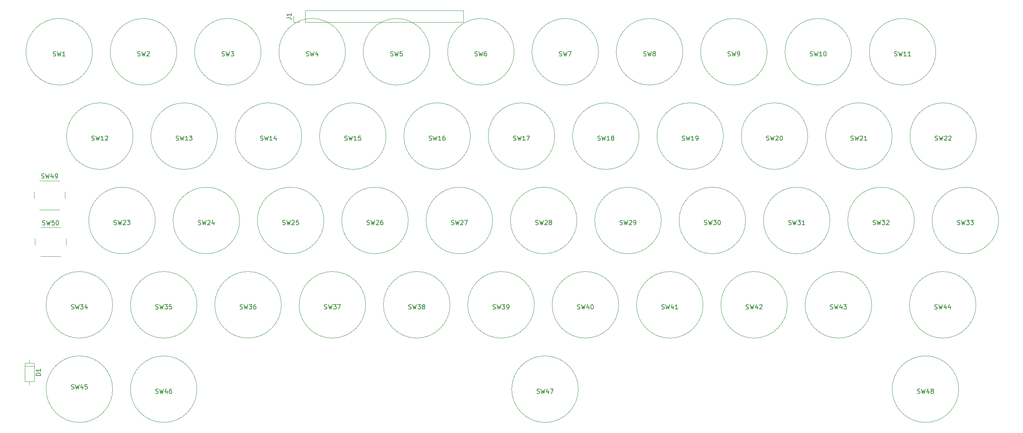
<source format=gbr>
G04 #@! TF.GenerationSoftware,KiCad,Pcbnew,(5.1.5)-2*
G04 #@! TF.CreationDate,2020-04-02T11:08:13+02:00*
G04 #@! TF.ProjectId,TI-99_kbd,54492d39-395f-46b6-9264-2e6b69636164,rev?*
G04 #@! TF.SameCoordinates,Original*
G04 #@! TF.FileFunction,Legend,Top*
G04 #@! TF.FilePolarity,Positive*
%FSLAX46Y46*%
G04 Gerber Fmt 4.6, Leading zero omitted, Abs format (unit mm)*
G04 Created by KiCad (PCBNEW (5.1.5)-2) date 2020-04-02 11:08:13*
%MOMM*%
%LPD*%
G04 APERTURE LIST*
%ADD10C,0.100000*%
%ADD11C,0.120000*%
%ADD12C,0.150000*%
G04 APERTURE END LIST*
D10*
X80760000Y-129180000D02*
G75*
G03X80760000Y-129180000I-7500000J0D01*
G01*
X90360000Y-110180000D02*
G75*
G03X90360000Y-110180000I-7500000J0D01*
G01*
D11*
X44050000Y-142980000D02*
X41930000Y-142980000D01*
X42990000Y-147210000D02*
X42990000Y-146440000D01*
X42990000Y-141550000D02*
X42990000Y-142320000D01*
X44050000Y-146440000D02*
X44050000Y-142320000D01*
X41930000Y-146440000D02*
X44050000Y-146440000D01*
X41930000Y-142320000D02*
X41930000Y-146440000D01*
X44050000Y-142320000D02*
X41930000Y-142320000D01*
X102530000Y-65510000D02*
X102530000Y-64180000D01*
X103860000Y-65510000D02*
X102530000Y-65510000D01*
X105130000Y-65510000D02*
X105130000Y-62850000D01*
X105130000Y-62850000D02*
X140750000Y-62850000D01*
X105130000Y-65510000D02*
X140750000Y-65510000D01*
X140750000Y-65510000D02*
X140750000Y-62850000D01*
D10*
X57210000Y-72180000D02*
G75*
G03X57210000Y-72180000I-7500000J0D01*
G01*
X76210000Y-72180000D02*
G75*
G03X76210000Y-72180000I-7500000J0D01*
G01*
X95210000Y-72180000D02*
G75*
G03X95210000Y-72180000I-7500000J0D01*
G01*
X114210000Y-72180000D02*
G75*
G03X114210000Y-72180000I-7500000J0D01*
G01*
X133210000Y-72180000D02*
G75*
G03X133210000Y-72180000I-7500000J0D01*
G01*
X152210000Y-72180000D02*
G75*
G03X152210000Y-72180000I-7500000J0D01*
G01*
X171210000Y-72180000D02*
G75*
G03X171210000Y-72180000I-7500000J0D01*
G01*
X190210000Y-72180000D02*
G75*
G03X190210000Y-72180000I-7500000J0D01*
G01*
X209210000Y-72180000D02*
G75*
G03X209210000Y-72180000I-7500000J0D01*
G01*
X228210000Y-72180000D02*
G75*
G03X228210000Y-72180000I-7500000J0D01*
G01*
X247210000Y-72180000D02*
G75*
G03X247210000Y-72180000I-7500000J0D01*
G01*
X66360000Y-91180000D02*
G75*
G03X66360000Y-91180000I-7500000J0D01*
G01*
X85360000Y-91180000D02*
G75*
G03X85360000Y-91180000I-7500000J0D01*
G01*
X104360000Y-91180000D02*
G75*
G03X104360000Y-91180000I-7500000J0D01*
G01*
X123360000Y-91180000D02*
G75*
G03X123360000Y-91180000I-7500000J0D01*
G01*
X142360000Y-91180000D02*
G75*
G03X142360000Y-91180000I-7500000J0D01*
G01*
X161360000Y-91180000D02*
G75*
G03X161360000Y-91180000I-7500000J0D01*
G01*
X180360000Y-91180000D02*
G75*
G03X180360000Y-91180000I-7500000J0D01*
G01*
X199360000Y-91180000D02*
G75*
G03X199360000Y-91180000I-7500000J0D01*
G01*
X218360000Y-91180000D02*
G75*
G03X218360000Y-91180000I-7500000J0D01*
G01*
X237360000Y-91180000D02*
G75*
G03X237360000Y-91180000I-7500000J0D01*
G01*
X256360000Y-91180000D02*
G75*
G03X256360000Y-91180000I-7500000J0D01*
G01*
X71360000Y-110180000D02*
G75*
G03X71360000Y-110180000I-7500000J0D01*
G01*
X109360000Y-110180000D02*
G75*
G03X109360000Y-110180000I-7500000J0D01*
G01*
X128360000Y-110180000D02*
G75*
G03X128360000Y-110180000I-7500000J0D01*
G01*
X147360000Y-110180000D02*
G75*
G03X147360000Y-110180000I-7500000J0D01*
G01*
X166360000Y-110180000D02*
G75*
G03X166360000Y-110180000I-7500000J0D01*
G01*
X185360000Y-110180000D02*
G75*
G03X185360000Y-110180000I-7500000J0D01*
G01*
X204360000Y-110180000D02*
G75*
G03X204360000Y-110180000I-7500000J0D01*
G01*
X223360000Y-110180000D02*
G75*
G03X223360000Y-110180000I-7500000J0D01*
G01*
X242360000Y-110180000D02*
G75*
G03X242360000Y-110180000I-7500000J0D01*
G01*
X261360000Y-110180000D02*
G75*
G03X261360000Y-110180000I-7500000J0D01*
G01*
X61760000Y-129180000D02*
G75*
G03X61760000Y-129180000I-7500000J0D01*
G01*
X99760000Y-129180000D02*
G75*
G03X99760000Y-129180000I-7500000J0D01*
G01*
X118760000Y-129180000D02*
G75*
G03X118760000Y-129180000I-7500000J0D01*
G01*
X137760000Y-129180000D02*
G75*
G03X137760000Y-129180000I-7500000J0D01*
G01*
X156760000Y-129180000D02*
G75*
G03X156760000Y-129180000I-7500000J0D01*
G01*
X175760000Y-129180000D02*
G75*
G03X175760000Y-129180000I-7500000J0D01*
G01*
X194770000Y-129180000D02*
G75*
G03X194770000Y-129180000I-7500000J0D01*
G01*
X213760000Y-129180000D02*
G75*
G03X213760000Y-129180000I-7500000J0D01*
G01*
X232760000Y-129180000D02*
G75*
G03X232760000Y-129180000I-7500000J0D01*
G01*
X256260000Y-129180000D02*
G75*
G03X256260000Y-129180000I-7500000J0D01*
G01*
X61760000Y-148180000D02*
G75*
G03X61760000Y-148180000I-7500000J0D01*
G01*
X80760000Y-148180000D02*
G75*
G03X80760000Y-148180000I-7500000J0D01*
G01*
X166660000Y-148180000D02*
G75*
G03X166660000Y-148180000I-7500000J0D01*
G01*
X252360000Y-148180000D02*
G75*
G03X252360000Y-148180000I-7500000J0D01*
G01*
D11*
X45310000Y-107720000D02*
X49810000Y-107720000D01*
X44060000Y-103720000D02*
X44060000Y-105220000D01*
X49810000Y-101220000D02*
X45310000Y-101220000D01*
X51060000Y-105220000D02*
X51060000Y-103720000D01*
X51280000Y-115750000D02*
X51280000Y-114250000D01*
X50030000Y-111750000D02*
X45530000Y-111750000D01*
X44280000Y-114250000D02*
X44280000Y-115750000D01*
X45530000Y-118250000D02*
X50030000Y-118250000D01*
D12*
X71450476Y-130084761D02*
X71593333Y-130132380D01*
X71831428Y-130132380D01*
X71926666Y-130084761D01*
X71974285Y-130037142D01*
X72021904Y-129941904D01*
X72021904Y-129846666D01*
X71974285Y-129751428D01*
X71926666Y-129703809D01*
X71831428Y-129656190D01*
X71640952Y-129608571D01*
X71545714Y-129560952D01*
X71498095Y-129513333D01*
X71450476Y-129418095D01*
X71450476Y-129322857D01*
X71498095Y-129227619D01*
X71545714Y-129180000D01*
X71640952Y-129132380D01*
X71879047Y-129132380D01*
X72021904Y-129180000D01*
X72355238Y-129132380D02*
X72593333Y-130132380D01*
X72783809Y-129418095D01*
X72974285Y-130132380D01*
X73212380Y-129132380D01*
X73498095Y-129132380D02*
X74117142Y-129132380D01*
X73783809Y-129513333D01*
X73926666Y-129513333D01*
X74021904Y-129560952D01*
X74069523Y-129608571D01*
X74117142Y-129703809D01*
X74117142Y-129941904D01*
X74069523Y-130037142D01*
X74021904Y-130084761D01*
X73926666Y-130132380D01*
X73640952Y-130132380D01*
X73545714Y-130084761D01*
X73498095Y-130037142D01*
X75021904Y-129132380D02*
X74545714Y-129132380D01*
X74498095Y-129608571D01*
X74545714Y-129560952D01*
X74640952Y-129513333D01*
X74879047Y-129513333D01*
X74974285Y-129560952D01*
X75021904Y-129608571D01*
X75069523Y-129703809D01*
X75069523Y-129941904D01*
X75021904Y-130037142D01*
X74974285Y-130084761D01*
X74879047Y-130132380D01*
X74640952Y-130132380D01*
X74545714Y-130084761D01*
X74498095Y-130037142D01*
X81050476Y-111084761D02*
X81193333Y-111132380D01*
X81431428Y-111132380D01*
X81526666Y-111084761D01*
X81574285Y-111037142D01*
X81621904Y-110941904D01*
X81621904Y-110846666D01*
X81574285Y-110751428D01*
X81526666Y-110703809D01*
X81431428Y-110656190D01*
X81240952Y-110608571D01*
X81145714Y-110560952D01*
X81098095Y-110513333D01*
X81050476Y-110418095D01*
X81050476Y-110322857D01*
X81098095Y-110227619D01*
X81145714Y-110180000D01*
X81240952Y-110132380D01*
X81479047Y-110132380D01*
X81621904Y-110180000D01*
X81955238Y-110132380D02*
X82193333Y-111132380D01*
X82383809Y-110418095D01*
X82574285Y-111132380D01*
X82812380Y-110132380D01*
X83145714Y-110227619D02*
X83193333Y-110180000D01*
X83288571Y-110132380D01*
X83526666Y-110132380D01*
X83621904Y-110180000D01*
X83669523Y-110227619D01*
X83717142Y-110322857D01*
X83717142Y-110418095D01*
X83669523Y-110560952D01*
X83098095Y-111132380D01*
X83717142Y-111132380D01*
X84574285Y-110465714D02*
X84574285Y-111132380D01*
X84336190Y-110084761D02*
X84098095Y-110799047D01*
X84717142Y-110799047D01*
X45502380Y-145118095D02*
X44502380Y-145118095D01*
X44502380Y-144880000D01*
X44550000Y-144737142D01*
X44645238Y-144641904D01*
X44740476Y-144594285D01*
X44930952Y-144546666D01*
X45073809Y-144546666D01*
X45264285Y-144594285D01*
X45359523Y-144641904D01*
X45454761Y-144737142D01*
X45502380Y-144880000D01*
X45502380Y-145118095D01*
X45502380Y-143594285D02*
X45502380Y-144165714D01*
X45502380Y-143880000D02*
X44502380Y-143880000D01*
X44645238Y-143975238D01*
X44740476Y-144070476D01*
X44788095Y-144165714D01*
X100982380Y-64513333D02*
X101696666Y-64513333D01*
X101839523Y-64560952D01*
X101934761Y-64656190D01*
X101982380Y-64799047D01*
X101982380Y-64894285D01*
X101982380Y-63513333D02*
X101982380Y-64084761D01*
X101982380Y-63799047D02*
X100982380Y-63799047D01*
X101125238Y-63894285D01*
X101220476Y-63989523D01*
X101268095Y-64084761D01*
X48376666Y-73084761D02*
X48519523Y-73132380D01*
X48757619Y-73132380D01*
X48852857Y-73084761D01*
X48900476Y-73037142D01*
X48948095Y-72941904D01*
X48948095Y-72846666D01*
X48900476Y-72751428D01*
X48852857Y-72703809D01*
X48757619Y-72656190D01*
X48567142Y-72608571D01*
X48471904Y-72560952D01*
X48424285Y-72513333D01*
X48376666Y-72418095D01*
X48376666Y-72322857D01*
X48424285Y-72227619D01*
X48471904Y-72180000D01*
X48567142Y-72132380D01*
X48805238Y-72132380D01*
X48948095Y-72180000D01*
X49281428Y-72132380D02*
X49519523Y-73132380D01*
X49710000Y-72418095D01*
X49900476Y-73132380D01*
X50138571Y-72132380D01*
X51043333Y-73132380D02*
X50471904Y-73132380D01*
X50757619Y-73132380D02*
X50757619Y-72132380D01*
X50662380Y-72275238D01*
X50567142Y-72370476D01*
X50471904Y-72418095D01*
X67376666Y-73084761D02*
X67519523Y-73132380D01*
X67757619Y-73132380D01*
X67852857Y-73084761D01*
X67900476Y-73037142D01*
X67948095Y-72941904D01*
X67948095Y-72846666D01*
X67900476Y-72751428D01*
X67852857Y-72703809D01*
X67757619Y-72656190D01*
X67567142Y-72608571D01*
X67471904Y-72560952D01*
X67424285Y-72513333D01*
X67376666Y-72418095D01*
X67376666Y-72322857D01*
X67424285Y-72227619D01*
X67471904Y-72180000D01*
X67567142Y-72132380D01*
X67805238Y-72132380D01*
X67948095Y-72180000D01*
X68281428Y-72132380D02*
X68519523Y-73132380D01*
X68710000Y-72418095D01*
X68900476Y-73132380D01*
X69138571Y-72132380D01*
X69471904Y-72227619D02*
X69519523Y-72180000D01*
X69614761Y-72132380D01*
X69852857Y-72132380D01*
X69948095Y-72180000D01*
X69995714Y-72227619D01*
X70043333Y-72322857D01*
X70043333Y-72418095D01*
X69995714Y-72560952D01*
X69424285Y-73132380D01*
X70043333Y-73132380D01*
X86376666Y-73084761D02*
X86519523Y-73132380D01*
X86757619Y-73132380D01*
X86852857Y-73084761D01*
X86900476Y-73037142D01*
X86948095Y-72941904D01*
X86948095Y-72846666D01*
X86900476Y-72751428D01*
X86852857Y-72703809D01*
X86757619Y-72656190D01*
X86567142Y-72608571D01*
X86471904Y-72560952D01*
X86424285Y-72513333D01*
X86376666Y-72418095D01*
X86376666Y-72322857D01*
X86424285Y-72227619D01*
X86471904Y-72180000D01*
X86567142Y-72132380D01*
X86805238Y-72132380D01*
X86948095Y-72180000D01*
X87281428Y-72132380D02*
X87519523Y-73132380D01*
X87710000Y-72418095D01*
X87900476Y-73132380D01*
X88138571Y-72132380D01*
X88424285Y-72132380D02*
X89043333Y-72132380D01*
X88710000Y-72513333D01*
X88852857Y-72513333D01*
X88948095Y-72560952D01*
X88995714Y-72608571D01*
X89043333Y-72703809D01*
X89043333Y-72941904D01*
X88995714Y-73037142D01*
X88948095Y-73084761D01*
X88852857Y-73132380D01*
X88567142Y-73132380D01*
X88471904Y-73084761D01*
X88424285Y-73037142D01*
X105376666Y-73084761D02*
X105519523Y-73132380D01*
X105757619Y-73132380D01*
X105852857Y-73084761D01*
X105900476Y-73037142D01*
X105948095Y-72941904D01*
X105948095Y-72846666D01*
X105900476Y-72751428D01*
X105852857Y-72703809D01*
X105757619Y-72656190D01*
X105567142Y-72608571D01*
X105471904Y-72560952D01*
X105424285Y-72513333D01*
X105376666Y-72418095D01*
X105376666Y-72322857D01*
X105424285Y-72227619D01*
X105471904Y-72180000D01*
X105567142Y-72132380D01*
X105805238Y-72132380D01*
X105948095Y-72180000D01*
X106281428Y-72132380D02*
X106519523Y-73132380D01*
X106710000Y-72418095D01*
X106900476Y-73132380D01*
X107138571Y-72132380D01*
X107948095Y-72465714D02*
X107948095Y-73132380D01*
X107710000Y-72084761D02*
X107471904Y-72799047D01*
X108090952Y-72799047D01*
X124376666Y-73084761D02*
X124519523Y-73132380D01*
X124757619Y-73132380D01*
X124852857Y-73084761D01*
X124900476Y-73037142D01*
X124948095Y-72941904D01*
X124948095Y-72846666D01*
X124900476Y-72751428D01*
X124852857Y-72703809D01*
X124757619Y-72656190D01*
X124567142Y-72608571D01*
X124471904Y-72560952D01*
X124424285Y-72513333D01*
X124376666Y-72418095D01*
X124376666Y-72322857D01*
X124424285Y-72227619D01*
X124471904Y-72180000D01*
X124567142Y-72132380D01*
X124805238Y-72132380D01*
X124948095Y-72180000D01*
X125281428Y-72132380D02*
X125519523Y-73132380D01*
X125710000Y-72418095D01*
X125900476Y-73132380D01*
X126138571Y-72132380D01*
X126995714Y-72132380D02*
X126519523Y-72132380D01*
X126471904Y-72608571D01*
X126519523Y-72560952D01*
X126614761Y-72513333D01*
X126852857Y-72513333D01*
X126948095Y-72560952D01*
X126995714Y-72608571D01*
X127043333Y-72703809D01*
X127043333Y-72941904D01*
X126995714Y-73037142D01*
X126948095Y-73084761D01*
X126852857Y-73132380D01*
X126614761Y-73132380D01*
X126519523Y-73084761D01*
X126471904Y-73037142D01*
X143376666Y-73084761D02*
X143519523Y-73132380D01*
X143757619Y-73132380D01*
X143852857Y-73084761D01*
X143900476Y-73037142D01*
X143948095Y-72941904D01*
X143948095Y-72846666D01*
X143900476Y-72751428D01*
X143852857Y-72703809D01*
X143757619Y-72656190D01*
X143567142Y-72608571D01*
X143471904Y-72560952D01*
X143424285Y-72513333D01*
X143376666Y-72418095D01*
X143376666Y-72322857D01*
X143424285Y-72227619D01*
X143471904Y-72180000D01*
X143567142Y-72132380D01*
X143805238Y-72132380D01*
X143948095Y-72180000D01*
X144281428Y-72132380D02*
X144519523Y-73132380D01*
X144710000Y-72418095D01*
X144900476Y-73132380D01*
X145138571Y-72132380D01*
X145948095Y-72132380D02*
X145757619Y-72132380D01*
X145662380Y-72180000D01*
X145614761Y-72227619D01*
X145519523Y-72370476D01*
X145471904Y-72560952D01*
X145471904Y-72941904D01*
X145519523Y-73037142D01*
X145567142Y-73084761D01*
X145662380Y-73132380D01*
X145852857Y-73132380D01*
X145948095Y-73084761D01*
X145995714Y-73037142D01*
X146043333Y-72941904D01*
X146043333Y-72703809D01*
X145995714Y-72608571D01*
X145948095Y-72560952D01*
X145852857Y-72513333D01*
X145662380Y-72513333D01*
X145567142Y-72560952D01*
X145519523Y-72608571D01*
X145471904Y-72703809D01*
X162376666Y-73084761D02*
X162519523Y-73132380D01*
X162757619Y-73132380D01*
X162852857Y-73084761D01*
X162900476Y-73037142D01*
X162948095Y-72941904D01*
X162948095Y-72846666D01*
X162900476Y-72751428D01*
X162852857Y-72703809D01*
X162757619Y-72656190D01*
X162567142Y-72608571D01*
X162471904Y-72560952D01*
X162424285Y-72513333D01*
X162376666Y-72418095D01*
X162376666Y-72322857D01*
X162424285Y-72227619D01*
X162471904Y-72180000D01*
X162567142Y-72132380D01*
X162805238Y-72132380D01*
X162948095Y-72180000D01*
X163281428Y-72132380D02*
X163519523Y-73132380D01*
X163710000Y-72418095D01*
X163900476Y-73132380D01*
X164138571Y-72132380D01*
X164424285Y-72132380D02*
X165090952Y-72132380D01*
X164662380Y-73132380D01*
X181376666Y-73084761D02*
X181519523Y-73132380D01*
X181757619Y-73132380D01*
X181852857Y-73084761D01*
X181900476Y-73037142D01*
X181948095Y-72941904D01*
X181948095Y-72846666D01*
X181900476Y-72751428D01*
X181852857Y-72703809D01*
X181757619Y-72656190D01*
X181567142Y-72608571D01*
X181471904Y-72560952D01*
X181424285Y-72513333D01*
X181376666Y-72418095D01*
X181376666Y-72322857D01*
X181424285Y-72227619D01*
X181471904Y-72180000D01*
X181567142Y-72132380D01*
X181805238Y-72132380D01*
X181948095Y-72180000D01*
X182281428Y-72132380D02*
X182519523Y-73132380D01*
X182710000Y-72418095D01*
X182900476Y-73132380D01*
X183138571Y-72132380D01*
X183662380Y-72560952D02*
X183567142Y-72513333D01*
X183519523Y-72465714D01*
X183471904Y-72370476D01*
X183471904Y-72322857D01*
X183519523Y-72227619D01*
X183567142Y-72180000D01*
X183662380Y-72132380D01*
X183852857Y-72132380D01*
X183948095Y-72180000D01*
X183995714Y-72227619D01*
X184043333Y-72322857D01*
X184043333Y-72370476D01*
X183995714Y-72465714D01*
X183948095Y-72513333D01*
X183852857Y-72560952D01*
X183662380Y-72560952D01*
X183567142Y-72608571D01*
X183519523Y-72656190D01*
X183471904Y-72751428D01*
X183471904Y-72941904D01*
X183519523Y-73037142D01*
X183567142Y-73084761D01*
X183662380Y-73132380D01*
X183852857Y-73132380D01*
X183948095Y-73084761D01*
X183995714Y-73037142D01*
X184043333Y-72941904D01*
X184043333Y-72751428D01*
X183995714Y-72656190D01*
X183948095Y-72608571D01*
X183852857Y-72560952D01*
X200376666Y-73084761D02*
X200519523Y-73132380D01*
X200757619Y-73132380D01*
X200852857Y-73084761D01*
X200900476Y-73037142D01*
X200948095Y-72941904D01*
X200948095Y-72846666D01*
X200900476Y-72751428D01*
X200852857Y-72703809D01*
X200757619Y-72656190D01*
X200567142Y-72608571D01*
X200471904Y-72560952D01*
X200424285Y-72513333D01*
X200376666Y-72418095D01*
X200376666Y-72322857D01*
X200424285Y-72227619D01*
X200471904Y-72180000D01*
X200567142Y-72132380D01*
X200805238Y-72132380D01*
X200948095Y-72180000D01*
X201281428Y-72132380D02*
X201519523Y-73132380D01*
X201710000Y-72418095D01*
X201900476Y-73132380D01*
X202138571Y-72132380D01*
X202567142Y-73132380D02*
X202757619Y-73132380D01*
X202852857Y-73084761D01*
X202900476Y-73037142D01*
X202995714Y-72894285D01*
X203043333Y-72703809D01*
X203043333Y-72322857D01*
X202995714Y-72227619D01*
X202948095Y-72180000D01*
X202852857Y-72132380D01*
X202662380Y-72132380D01*
X202567142Y-72180000D01*
X202519523Y-72227619D01*
X202471904Y-72322857D01*
X202471904Y-72560952D01*
X202519523Y-72656190D01*
X202567142Y-72703809D01*
X202662380Y-72751428D01*
X202852857Y-72751428D01*
X202948095Y-72703809D01*
X202995714Y-72656190D01*
X203043333Y-72560952D01*
X218900476Y-73084761D02*
X219043333Y-73132380D01*
X219281428Y-73132380D01*
X219376666Y-73084761D01*
X219424285Y-73037142D01*
X219471904Y-72941904D01*
X219471904Y-72846666D01*
X219424285Y-72751428D01*
X219376666Y-72703809D01*
X219281428Y-72656190D01*
X219090952Y-72608571D01*
X218995714Y-72560952D01*
X218948095Y-72513333D01*
X218900476Y-72418095D01*
X218900476Y-72322857D01*
X218948095Y-72227619D01*
X218995714Y-72180000D01*
X219090952Y-72132380D01*
X219329047Y-72132380D01*
X219471904Y-72180000D01*
X219805238Y-72132380D02*
X220043333Y-73132380D01*
X220233809Y-72418095D01*
X220424285Y-73132380D01*
X220662380Y-72132380D01*
X221567142Y-73132380D02*
X220995714Y-73132380D01*
X221281428Y-73132380D02*
X221281428Y-72132380D01*
X221186190Y-72275238D01*
X221090952Y-72370476D01*
X220995714Y-72418095D01*
X222186190Y-72132380D02*
X222281428Y-72132380D01*
X222376666Y-72180000D01*
X222424285Y-72227619D01*
X222471904Y-72322857D01*
X222519523Y-72513333D01*
X222519523Y-72751428D01*
X222471904Y-72941904D01*
X222424285Y-73037142D01*
X222376666Y-73084761D01*
X222281428Y-73132380D01*
X222186190Y-73132380D01*
X222090952Y-73084761D01*
X222043333Y-73037142D01*
X221995714Y-72941904D01*
X221948095Y-72751428D01*
X221948095Y-72513333D01*
X221995714Y-72322857D01*
X222043333Y-72227619D01*
X222090952Y-72180000D01*
X222186190Y-72132380D01*
X237900476Y-73084761D02*
X238043333Y-73132380D01*
X238281428Y-73132380D01*
X238376666Y-73084761D01*
X238424285Y-73037142D01*
X238471904Y-72941904D01*
X238471904Y-72846666D01*
X238424285Y-72751428D01*
X238376666Y-72703809D01*
X238281428Y-72656190D01*
X238090952Y-72608571D01*
X237995714Y-72560952D01*
X237948095Y-72513333D01*
X237900476Y-72418095D01*
X237900476Y-72322857D01*
X237948095Y-72227619D01*
X237995714Y-72180000D01*
X238090952Y-72132380D01*
X238329047Y-72132380D01*
X238471904Y-72180000D01*
X238805238Y-72132380D02*
X239043333Y-73132380D01*
X239233809Y-72418095D01*
X239424285Y-73132380D01*
X239662380Y-72132380D01*
X240567142Y-73132380D02*
X239995714Y-73132380D01*
X240281428Y-73132380D02*
X240281428Y-72132380D01*
X240186190Y-72275238D01*
X240090952Y-72370476D01*
X239995714Y-72418095D01*
X241519523Y-73132380D02*
X240948095Y-73132380D01*
X241233809Y-73132380D02*
X241233809Y-72132380D01*
X241138571Y-72275238D01*
X241043333Y-72370476D01*
X240948095Y-72418095D01*
X57050476Y-92084761D02*
X57193333Y-92132380D01*
X57431428Y-92132380D01*
X57526666Y-92084761D01*
X57574285Y-92037142D01*
X57621904Y-91941904D01*
X57621904Y-91846666D01*
X57574285Y-91751428D01*
X57526666Y-91703809D01*
X57431428Y-91656190D01*
X57240952Y-91608571D01*
X57145714Y-91560952D01*
X57098095Y-91513333D01*
X57050476Y-91418095D01*
X57050476Y-91322857D01*
X57098095Y-91227619D01*
X57145714Y-91180000D01*
X57240952Y-91132380D01*
X57479047Y-91132380D01*
X57621904Y-91180000D01*
X57955238Y-91132380D02*
X58193333Y-92132380D01*
X58383809Y-91418095D01*
X58574285Y-92132380D01*
X58812380Y-91132380D01*
X59717142Y-92132380D02*
X59145714Y-92132380D01*
X59431428Y-92132380D02*
X59431428Y-91132380D01*
X59336190Y-91275238D01*
X59240952Y-91370476D01*
X59145714Y-91418095D01*
X60098095Y-91227619D02*
X60145714Y-91180000D01*
X60240952Y-91132380D01*
X60479047Y-91132380D01*
X60574285Y-91180000D01*
X60621904Y-91227619D01*
X60669523Y-91322857D01*
X60669523Y-91418095D01*
X60621904Y-91560952D01*
X60050476Y-92132380D01*
X60669523Y-92132380D01*
X76050476Y-92084761D02*
X76193333Y-92132380D01*
X76431428Y-92132380D01*
X76526666Y-92084761D01*
X76574285Y-92037142D01*
X76621904Y-91941904D01*
X76621904Y-91846666D01*
X76574285Y-91751428D01*
X76526666Y-91703809D01*
X76431428Y-91656190D01*
X76240952Y-91608571D01*
X76145714Y-91560952D01*
X76098095Y-91513333D01*
X76050476Y-91418095D01*
X76050476Y-91322857D01*
X76098095Y-91227619D01*
X76145714Y-91180000D01*
X76240952Y-91132380D01*
X76479047Y-91132380D01*
X76621904Y-91180000D01*
X76955238Y-91132380D02*
X77193333Y-92132380D01*
X77383809Y-91418095D01*
X77574285Y-92132380D01*
X77812380Y-91132380D01*
X78717142Y-92132380D02*
X78145714Y-92132380D01*
X78431428Y-92132380D02*
X78431428Y-91132380D01*
X78336190Y-91275238D01*
X78240952Y-91370476D01*
X78145714Y-91418095D01*
X79050476Y-91132380D02*
X79669523Y-91132380D01*
X79336190Y-91513333D01*
X79479047Y-91513333D01*
X79574285Y-91560952D01*
X79621904Y-91608571D01*
X79669523Y-91703809D01*
X79669523Y-91941904D01*
X79621904Y-92037142D01*
X79574285Y-92084761D01*
X79479047Y-92132380D01*
X79193333Y-92132380D01*
X79098095Y-92084761D01*
X79050476Y-92037142D01*
X95050476Y-92084761D02*
X95193333Y-92132380D01*
X95431428Y-92132380D01*
X95526666Y-92084761D01*
X95574285Y-92037142D01*
X95621904Y-91941904D01*
X95621904Y-91846666D01*
X95574285Y-91751428D01*
X95526666Y-91703809D01*
X95431428Y-91656190D01*
X95240952Y-91608571D01*
X95145714Y-91560952D01*
X95098095Y-91513333D01*
X95050476Y-91418095D01*
X95050476Y-91322857D01*
X95098095Y-91227619D01*
X95145714Y-91180000D01*
X95240952Y-91132380D01*
X95479047Y-91132380D01*
X95621904Y-91180000D01*
X95955238Y-91132380D02*
X96193333Y-92132380D01*
X96383809Y-91418095D01*
X96574285Y-92132380D01*
X96812380Y-91132380D01*
X97717142Y-92132380D02*
X97145714Y-92132380D01*
X97431428Y-92132380D02*
X97431428Y-91132380D01*
X97336190Y-91275238D01*
X97240952Y-91370476D01*
X97145714Y-91418095D01*
X98574285Y-91465714D02*
X98574285Y-92132380D01*
X98336190Y-91084761D02*
X98098095Y-91799047D01*
X98717142Y-91799047D01*
X114050476Y-92084761D02*
X114193333Y-92132380D01*
X114431428Y-92132380D01*
X114526666Y-92084761D01*
X114574285Y-92037142D01*
X114621904Y-91941904D01*
X114621904Y-91846666D01*
X114574285Y-91751428D01*
X114526666Y-91703809D01*
X114431428Y-91656190D01*
X114240952Y-91608571D01*
X114145714Y-91560952D01*
X114098095Y-91513333D01*
X114050476Y-91418095D01*
X114050476Y-91322857D01*
X114098095Y-91227619D01*
X114145714Y-91180000D01*
X114240952Y-91132380D01*
X114479047Y-91132380D01*
X114621904Y-91180000D01*
X114955238Y-91132380D02*
X115193333Y-92132380D01*
X115383809Y-91418095D01*
X115574285Y-92132380D01*
X115812380Y-91132380D01*
X116717142Y-92132380D02*
X116145714Y-92132380D01*
X116431428Y-92132380D02*
X116431428Y-91132380D01*
X116336190Y-91275238D01*
X116240952Y-91370476D01*
X116145714Y-91418095D01*
X117621904Y-91132380D02*
X117145714Y-91132380D01*
X117098095Y-91608571D01*
X117145714Y-91560952D01*
X117240952Y-91513333D01*
X117479047Y-91513333D01*
X117574285Y-91560952D01*
X117621904Y-91608571D01*
X117669523Y-91703809D01*
X117669523Y-91941904D01*
X117621904Y-92037142D01*
X117574285Y-92084761D01*
X117479047Y-92132380D01*
X117240952Y-92132380D01*
X117145714Y-92084761D01*
X117098095Y-92037142D01*
X133050476Y-92084761D02*
X133193333Y-92132380D01*
X133431428Y-92132380D01*
X133526666Y-92084761D01*
X133574285Y-92037142D01*
X133621904Y-91941904D01*
X133621904Y-91846666D01*
X133574285Y-91751428D01*
X133526666Y-91703809D01*
X133431428Y-91656190D01*
X133240952Y-91608571D01*
X133145714Y-91560952D01*
X133098095Y-91513333D01*
X133050476Y-91418095D01*
X133050476Y-91322857D01*
X133098095Y-91227619D01*
X133145714Y-91180000D01*
X133240952Y-91132380D01*
X133479047Y-91132380D01*
X133621904Y-91180000D01*
X133955238Y-91132380D02*
X134193333Y-92132380D01*
X134383809Y-91418095D01*
X134574285Y-92132380D01*
X134812380Y-91132380D01*
X135717142Y-92132380D02*
X135145714Y-92132380D01*
X135431428Y-92132380D02*
X135431428Y-91132380D01*
X135336190Y-91275238D01*
X135240952Y-91370476D01*
X135145714Y-91418095D01*
X136574285Y-91132380D02*
X136383809Y-91132380D01*
X136288571Y-91180000D01*
X136240952Y-91227619D01*
X136145714Y-91370476D01*
X136098095Y-91560952D01*
X136098095Y-91941904D01*
X136145714Y-92037142D01*
X136193333Y-92084761D01*
X136288571Y-92132380D01*
X136479047Y-92132380D01*
X136574285Y-92084761D01*
X136621904Y-92037142D01*
X136669523Y-91941904D01*
X136669523Y-91703809D01*
X136621904Y-91608571D01*
X136574285Y-91560952D01*
X136479047Y-91513333D01*
X136288571Y-91513333D01*
X136193333Y-91560952D01*
X136145714Y-91608571D01*
X136098095Y-91703809D01*
X152050476Y-92084761D02*
X152193333Y-92132380D01*
X152431428Y-92132380D01*
X152526666Y-92084761D01*
X152574285Y-92037142D01*
X152621904Y-91941904D01*
X152621904Y-91846666D01*
X152574285Y-91751428D01*
X152526666Y-91703809D01*
X152431428Y-91656190D01*
X152240952Y-91608571D01*
X152145714Y-91560952D01*
X152098095Y-91513333D01*
X152050476Y-91418095D01*
X152050476Y-91322857D01*
X152098095Y-91227619D01*
X152145714Y-91180000D01*
X152240952Y-91132380D01*
X152479047Y-91132380D01*
X152621904Y-91180000D01*
X152955238Y-91132380D02*
X153193333Y-92132380D01*
X153383809Y-91418095D01*
X153574285Y-92132380D01*
X153812380Y-91132380D01*
X154717142Y-92132380D02*
X154145714Y-92132380D01*
X154431428Y-92132380D02*
X154431428Y-91132380D01*
X154336190Y-91275238D01*
X154240952Y-91370476D01*
X154145714Y-91418095D01*
X155050476Y-91132380D02*
X155717142Y-91132380D01*
X155288571Y-92132380D01*
X171050476Y-92084761D02*
X171193333Y-92132380D01*
X171431428Y-92132380D01*
X171526666Y-92084761D01*
X171574285Y-92037142D01*
X171621904Y-91941904D01*
X171621904Y-91846666D01*
X171574285Y-91751428D01*
X171526666Y-91703809D01*
X171431428Y-91656190D01*
X171240952Y-91608571D01*
X171145714Y-91560952D01*
X171098095Y-91513333D01*
X171050476Y-91418095D01*
X171050476Y-91322857D01*
X171098095Y-91227619D01*
X171145714Y-91180000D01*
X171240952Y-91132380D01*
X171479047Y-91132380D01*
X171621904Y-91180000D01*
X171955238Y-91132380D02*
X172193333Y-92132380D01*
X172383809Y-91418095D01*
X172574285Y-92132380D01*
X172812380Y-91132380D01*
X173717142Y-92132380D02*
X173145714Y-92132380D01*
X173431428Y-92132380D02*
X173431428Y-91132380D01*
X173336190Y-91275238D01*
X173240952Y-91370476D01*
X173145714Y-91418095D01*
X174288571Y-91560952D02*
X174193333Y-91513333D01*
X174145714Y-91465714D01*
X174098095Y-91370476D01*
X174098095Y-91322857D01*
X174145714Y-91227619D01*
X174193333Y-91180000D01*
X174288571Y-91132380D01*
X174479047Y-91132380D01*
X174574285Y-91180000D01*
X174621904Y-91227619D01*
X174669523Y-91322857D01*
X174669523Y-91370476D01*
X174621904Y-91465714D01*
X174574285Y-91513333D01*
X174479047Y-91560952D01*
X174288571Y-91560952D01*
X174193333Y-91608571D01*
X174145714Y-91656190D01*
X174098095Y-91751428D01*
X174098095Y-91941904D01*
X174145714Y-92037142D01*
X174193333Y-92084761D01*
X174288571Y-92132380D01*
X174479047Y-92132380D01*
X174574285Y-92084761D01*
X174621904Y-92037142D01*
X174669523Y-91941904D01*
X174669523Y-91751428D01*
X174621904Y-91656190D01*
X174574285Y-91608571D01*
X174479047Y-91560952D01*
X190050476Y-92084761D02*
X190193333Y-92132380D01*
X190431428Y-92132380D01*
X190526666Y-92084761D01*
X190574285Y-92037142D01*
X190621904Y-91941904D01*
X190621904Y-91846666D01*
X190574285Y-91751428D01*
X190526666Y-91703809D01*
X190431428Y-91656190D01*
X190240952Y-91608571D01*
X190145714Y-91560952D01*
X190098095Y-91513333D01*
X190050476Y-91418095D01*
X190050476Y-91322857D01*
X190098095Y-91227619D01*
X190145714Y-91180000D01*
X190240952Y-91132380D01*
X190479047Y-91132380D01*
X190621904Y-91180000D01*
X190955238Y-91132380D02*
X191193333Y-92132380D01*
X191383809Y-91418095D01*
X191574285Y-92132380D01*
X191812380Y-91132380D01*
X192717142Y-92132380D02*
X192145714Y-92132380D01*
X192431428Y-92132380D02*
X192431428Y-91132380D01*
X192336190Y-91275238D01*
X192240952Y-91370476D01*
X192145714Y-91418095D01*
X193193333Y-92132380D02*
X193383809Y-92132380D01*
X193479047Y-92084761D01*
X193526666Y-92037142D01*
X193621904Y-91894285D01*
X193669523Y-91703809D01*
X193669523Y-91322857D01*
X193621904Y-91227619D01*
X193574285Y-91180000D01*
X193479047Y-91132380D01*
X193288571Y-91132380D01*
X193193333Y-91180000D01*
X193145714Y-91227619D01*
X193098095Y-91322857D01*
X193098095Y-91560952D01*
X193145714Y-91656190D01*
X193193333Y-91703809D01*
X193288571Y-91751428D01*
X193479047Y-91751428D01*
X193574285Y-91703809D01*
X193621904Y-91656190D01*
X193669523Y-91560952D01*
X209050476Y-92084761D02*
X209193333Y-92132380D01*
X209431428Y-92132380D01*
X209526666Y-92084761D01*
X209574285Y-92037142D01*
X209621904Y-91941904D01*
X209621904Y-91846666D01*
X209574285Y-91751428D01*
X209526666Y-91703809D01*
X209431428Y-91656190D01*
X209240952Y-91608571D01*
X209145714Y-91560952D01*
X209098095Y-91513333D01*
X209050476Y-91418095D01*
X209050476Y-91322857D01*
X209098095Y-91227619D01*
X209145714Y-91180000D01*
X209240952Y-91132380D01*
X209479047Y-91132380D01*
X209621904Y-91180000D01*
X209955238Y-91132380D02*
X210193333Y-92132380D01*
X210383809Y-91418095D01*
X210574285Y-92132380D01*
X210812380Y-91132380D01*
X211145714Y-91227619D02*
X211193333Y-91180000D01*
X211288571Y-91132380D01*
X211526666Y-91132380D01*
X211621904Y-91180000D01*
X211669523Y-91227619D01*
X211717142Y-91322857D01*
X211717142Y-91418095D01*
X211669523Y-91560952D01*
X211098095Y-92132380D01*
X211717142Y-92132380D01*
X212336190Y-91132380D02*
X212431428Y-91132380D01*
X212526666Y-91180000D01*
X212574285Y-91227619D01*
X212621904Y-91322857D01*
X212669523Y-91513333D01*
X212669523Y-91751428D01*
X212621904Y-91941904D01*
X212574285Y-92037142D01*
X212526666Y-92084761D01*
X212431428Y-92132380D01*
X212336190Y-92132380D01*
X212240952Y-92084761D01*
X212193333Y-92037142D01*
X212145714Y-91941904D01*
X212098095Y-91751428D01*
X212098095Y-91513333D01*
X212145714Y-91322857D01*
X212193333Y-91227619D01*
X212240952Y-91180000D01*
X212336190Y-91132380D01*
X228050476Y-92084761D02*
X228193333Y-92132380D01*
X228431428Y-92132380D01*
X228526666Y-92084761D01*
X228574285Y-92037142D01*
X228621904Y-91941904D01*
X228621904Y-91846666D01*
X228574285Y-91751428D01*
X228526666Y-91703809D01*
X228431428Y-91656190D01*
X228240952Y-91608571D01*
X228145714Y-91560952D01*
X228098095Y-91513333D01*
X228050476Y-91418095D01*
X228050476Y-91322857D01*
X228098095Y-91227619D01*
X228145714Y-91180000D01*
X228240952Y-91132380D01*
X228479047Y-91132380D01*
X228621904Y-91180000D01*
X228955238Y-91132380D02*
X229193333Y-92132380D01*
X229383809Y-91418095D01*
X229574285Y-92132380D01*
X229812380Y-91132380D01*
X230145714Y-91227619D02*
X230193333Y-91180000D01*
X230288571Y-91132380D01*
X230526666Y-91132380D01*
X230621904Y-91180000D01*
X230669523Y-91227619D01*
X230717142Y-91322857D01*
X230717142Y-91418095D01*
X230669523Y-91560952D01*
X230098095Y-92132380D01*
X230717142Y-92132380D01*
X231669523Y-92132380D02*
X231098095Y-92132380D01*
X231383809Y-92132380D02*
X231383809Y-91132380D01*
X231288571Y-91275238D01*
X231193333Y-91370476D01*
X231098095Y-91418095D01*
X247050476Y-92084761D02*
X247193333Y-92132380D01*
X247431428Y-92132380D01*
X247526666Y-92084761D01*
X247574285Y-92037142D01*
X247621904Y-91941904D01*
X247621904Y-91846666D01*
X247574285Y-91751428D01*
X247526666Y-91703809D01*
X247431428Y-91656190D01*
X247240952Y-91608571D01*
X247145714Y-91560952D01*
X247098095Y-91513333D01*
X247050476Y-91418095D01*
X247050476Y-91322857D01*
X247098095Y-91227619D01*
X247145714Y-91180000D01*
X247240952Y-91132380D01*
X247479047Y-91132380D01*
X247621904Y-91180000D01*
X247955238Y-91132380D02*
X248193333Y-92132380D01*
X248383809Y-91418095D01*
X248574285Y-92132380D01*
X248812380Y-91132380D01*
X249145714Y-91227619D02*
X249193333Y-91180000D01*
X249288571Y-91132380D01*
X249526666Y-91132380D01*
X249621904Y-91180000D01*
X249669523Y-91227619D01*
X249717142Y-91322857D01*
X249717142Y-91418095D01*
X249669523Y-91560952D01*
X249098095Y-92132380D01*
X249717142Y-92132380D01*
X250098095Y-91227619D02*
X250145714Y-91180000D01*
X250240952Y-91132380D01*
X250479047Y-91132380D01*
X250574285Y-91180000D01*
X250621904Y-91227619D01*
X250669523Y-91322857D01*
X250669523Y-91418095D01*
X250621904Y-91560952D01*
X250050476Y-92132380D01*
X250669523Y-92132380D01*
X62050476Y-111084761D02*
X62193333Y-111132380D01*
X62431428Y-111132380D01*
X62526666Y-111084761D01*
X62574285Y-111037142D01*
X62621904Y-110941904D01*
X62621904Y-110846666D01*
X62574285Y-110751428D01*
X62526666Y-110703809D01*
X62431428Y-110656190D01*
X62240952Y-110608571D01*
X62145714Y-110560952D01*
X62098095Y-110513333D01*
X62050476Y-110418095D01*
X62050476Y-110322857D01*
X62098095Y-110227619D01*
X62145714Y-110180000D01*
X62240952Y-110132380D01*
X62479047Y-110132380D01*
X62621904Y-110180000D01*
X62955238Y-110132380D02*
X63193333Y-111132380D01*
X63383809Y-110418095D01*
X63574285Y-111132380D01*
X63812380Y-110132380D01*
X64145714Y-110227619D02*
X64193333Y-110180000D01*
X64288571Y-110132380D01*
X64526666Y-110132380D01*
X64621904Y-110180000D01*
X64669523Y-110227619D01*
X64717142Y-110322857D01*
X64717142Y-110418095D01*
X64669523Y-110560952D01*
X64098095Y-111132380D01*
X64717142Y-111132380D01*
X65050476Y-110132380D02*
X65669523Y-110132380D01*
X65336190Y-110513333D01*
X65479047Y-110513333D01*
X65574285Y-110560952D01*
X65621904Y-110608571D01*
X65669523Y-110703809D01*
X65669523Y-110941904D01*
X65621904Y-111037142D01*
X65574285Y-111084761D01*
X65479047Y-111132380D01*
X65193333Y-111132380D01*
X65098095Y-111084761D01*
X65050476Y-111037142D01*
X100050476Y-111084761D02*
X100193333Y-111132380D01*
X100431428Y-111132380D01*
X100526666Y-111084761D01*
X100574285Y-111037142D01*
X100621904Y-110941904D01*
X100621904Y-110846666D01*
X100574285Y-110751428D01*
X100526666Y-110703809D01*
X100431428Y-110656190D01*
X100240952Y-110608571D01*
X100145714Y-110560952D01*
X100098095Y-110513333D01*
X100050476Y-110418095D01*
X100050476Y-110322857D01*
X100098095Y-110227619D01*
X100145714Y-110180000D01*
X100240952Y-110132380D01*
X100479047Y-110132380D01*
X100621904Y-110180000D01*
X100955238Y-110132380D02*
X101193333Y-111132380D01*
X101383809Y-110418095D01*
X101574285Y-111132380D01*
X101812380Y-110132380D01*
X102145714Y-110227619D02*
X102193333Y-110180000D01*
X102288571Y-110132380D01*
X102526666Y-110132380D01*
X102621904Y-110180000D01*
X102669523Y-110227619D01*
X102717142Y-110322857D01*
X102717142Y-110418095D01*
X102669523Y-110560952D01*
X102098095Y-111132380D01*
X102717142Y-111132380D01*
X103621904Y-110132380D02*
X103145714Y-110132380D01*
X103098095Y-110608571D01*
X103145714Y-110560952D01*
X103240952Y-110513333D01*
X103479047Y-110513333D01*
X103574285Y-110560952D01*
X103621904Y-110608571D01*
X103669523Y-110703809D01*
X103669523Y-110941904D01*
X103621904Y-111037142D01*
X103574285Y-111084761D01*
X103479047Y-111132380D01*
X103240952Y-111132380D01*
X103145714Y-111084761D01*
X103098095Y-111037142D01*
X119050476Y-111084761D02*
X119193333Y-111132380D01*
X119431428Y-111132380D01*
X119526666Y-111084761D01*
X119574285Y-111037142D01*
X119621904Y-110941904D01*
X119621904Y-110846666D01*
X119574285Y-110751428D01*
X119526666Y-110703809D01*
X119431428Y-110656190D01*
X119240952Y-110608571D01*
X119145714Y-110560952D01*
X119098095Y-110513333D01*
X119050476Y-110418095D01*
X119050476Y-110322857D01*
X119098095Y-110227619D01*
X119145714Y-110180000D01*
X119240952Y-110132380D01*
X119479047Y-110132380D01*
X119621904Y-110180000D01*
X119955238Y-110132380D02*
X120193333Y-111132380D01*
X120383809Y-110418095D01*
X120574285Y-111132380D01*
X120812380Y-110132380D01*
X121145714Y-110227619D02*
X121193333Y-110180000D01*
X121288571Y-110132380D01*
X121526666Y-110132380D01*
X121621904Y-110180000D01*
X121669523Y-110227619D01*
X121717142Y-110322857D01*
X121717142Y-110418095D01*
X121669523Y-110560952D01*
X121098095Y-111132380D01*
X121717142Y-111132380D01*
X122574285Y-110132380D02*
X122383809Y-110132380D01*
X122288571Y-110180000D01*
X122240952Y-110227619D01*
X122145714Y-110370476D01*
X122098095Y-110560952D01*
X122098095Y-110941904D01*
X122145714Y-111037142D01*
X122193333Y-111084761D01*
X122288571Y-111132380D01*
X122479047Y-111132380D01*
X122574285Y-111084761D01*
X122621904Y-111037142D01*
X122669523Y-110941904D01*
X122669523Y-110703809D01*
X122621904Y-110608571D01*
X122574285Y-110560952D01*
X122479047Y-110513333D01*
X122288571Y-110513333D01*
X122193333Y-110560952D01*
X122145714Y-110608571D01*
X122098095Y-110703809D01*
X138050476Y-111084761D02*
X138193333Y-111132380D01*
X138431428Y-111132380D01*
X138526666Y-111084761D01*
X138574285Y-111037142D01*
X138621904Y-110941904D01*
X138621904Y-110846666D01*
X138574285Y-110751428D01*
X138526666Y-110703809D01*
X138431428Y-110656190D01*
X138240952Y-110608571D01*
X138145714Y-110560952D01*
X138098095Y-110513333D01*
X138050476Y-110418095D01*
X138050476Y-110322857D01*
X138098095Y-110227619D01*
X138145714Y-110180000D01*
X138240952Y-110132380D01*
X138479047Y-110132380D01*
X138621904Y-110180000D01*
X138955238Y-110132380D02*
X139193333Y-111132380D01*
X139383809Y-110418095D01*
X139574285Y-111132380D01*
X139812380Y-110132380D01*
X140145714Y-110227619D02*
X140193333Y-110180000D01*
X140288571Y-110132380D01*
X140526666Y-110132380D01*
X140621904Y-110180000D01*
X140669523Y-110227619D01*
X140717142Y-110322857D01*
X140717142Y-110418095D01*
X140669523Y-110560952D01*
X140098095Y-111132380D01*
X140717142Y-111132380D01*
X141050476Y-110132380D02*
X141717142Y-110132380D01*
X141288571Y-111132380D01*
X157050476Y-111084761D02*
X157193333Y-111132380D01*
X157431428Y-111132380D01*
X157526666Y-111084761D01*
X157574285Y-111037142D01*
X157621904Y-110941904D01*
X157621904Y-110846666D01*
X157574285Y-110751428D01*
X157526666Y-110703809D01*
X157431428Y-110656190D01*
X157240952Y-110608571D01*
X157145714Y-110560952D01*
X157098095Y-110513333D01*
X157050476Y-110418095D01*
X157050476Y-110322857D01*
X157098095Y-110227619D01*
X157145714Y-110180000D01*
X157240952Y-110132380D01*
X157479047Y-110132380D01*
X157621904Y-110180000D01*
X157955238Y-110132380D02*
X158193333Y-111132380D01*
X158383809Y-110418095D01*
X158574285Y-111132380D01*
X158812380Y-110132380D01*
X159145714Y-110227619D02*
X159193333Y-110180000D01*
X159288571Y-110132380D01*
X159526666Y-110132380D01*
X159621904Y-110180000D01*
X159669523Y-110227619D01*
X159717142Y-110322857D01*
X159717142Y-110418095D01*
X159669523Y-110560952D01*
X159098095Y-111132380D01*
X159717142Y-111132380D01*
X160288571Y-110560952D02*
X160193333Y-110513333D01*
X160145714Y-110465714D01*
X160098095Y-110370476D01*
X160098095Y-110322857D01*
X160145714Y-110227619D01*
X160193333Y-110180000D01*
X160288571Y-110132380D01*
X160479047Y-110132380D01*
X160574285Y-110180000D01*
X160621904Y-110227619D01*
X160669523Y-110322857D01*
X160669523Y-110370476D01*
X160621904Y-110465714D01*
X160574285Y-110513333D01*
X160479047Y-110560952D01*
X160288571Y-110560952D01*
X160193333Y-110608571D01*
X160145714Y-110656190D01*
X160098095Y-110751428D01*
X160098095Y-110941904D01*
X160145714Y-111037142D01*
X160193333Y-111084761D01*
X160288571Y-111132380D01*
X160479047Y-111132380D01*
X160574285Y-111084761D01*
X160621904Y-111037142D01*
X160669523Y-110941904D01*
X160669523Y-110751428D01*
X160621904Y-110656190D01*
X160574285Y-110608571D01*
X160479047Y-110560952D01*
X176050476Y-111084761D02*
X176193333Y-111132380D01*
X176431428Y-111132380D01*
X176526666Y-111084761D01*
X176574285Y-111037142D01*
X176621904Y-110941904D01*
X176621904Y-110846666D01*
X176574285Y-110751428D01*
X176526666Y-110703809D01*
X176431428Y-110656190D01*
X176240952Y-110608571D01*
X176145714Y-110560952D01*
X176098095Y-110513333D01*
X176050476Y-110418095D01*
X176050476Y-110322857D01*
X176098095Y-110227619D01*
X176145714Y-110180000D01*
X176240952Y-110132380D01*
X176479047Y-110132380D01*
X176621904Y-110180000D01*
X176955238Y-110132380D02*
X177193333Y-111132380D01*
X177383809Y-110418095D01*
X177574285Y-111132380D01*
X177812380Y-110132380D01*
X178145714Y-110227619D02*
X178193333Y-110180000D01*
X178288571Y-110132380D01*
X178526666Y-110132380D01*
X178621904Y-110180000D01*
X178669523Y-110227619D01*
X178717142Y-110322857D01*
X178717142Y-110418095D01*
X178669523Y-110560952D01*
X178098095Y-111132380D01*
X178717142Y-111132380D01*
X179193333Y-111132380D02*
X179383809Y-111132380D01*
X179479047Y-111084761D01*
X179526666Y-111037142D01*
X179621904Y-110894285D01*
X179669523Y-110703809D01*
X179669523Y-110322857D01*
X179621904Y-110227619D01*
X179574285Y-110180000D01*
X179479047Y-110132380D01*
X179288571Y-110132380D01*
X179193333Y-110180000D01*
X179145714Y-110227619D01*
X179098095Y-110322857D01*
X179098095Y-110560952D01*
X179145714Y-110656190D01*
X179193333Y-110703809D01*
X179288571Y-110751428D01*
X179479047Y-110751428D01*
X179574285Y-110703809D01*
X179621904Y-110656190D01*
X179669523Y-110560952D01*
X195050476Y-111084761D02*
X195193333Y-111132380D01*
X195431428Y-111132380D01*
X195526666Y-111084761D01*
X195574285Y-111037142D01*
X195621904Y-110941904D01*
X195621904Y-110846666D01*
X195574285Y-110751428D01*
X195526666Y-110703809D01*
X195431428Y-110656190D01*
X195240952Y-110608571D01*
X195145714Y-110560952D01*
X195098095Y-110513333D01*
X195050476Y-110418095D01*
X195050476Y-110322857D01*
X195098095Y-110227619D01*
X195145714Y-110180000D01*
X195240952Y-110132380D01*
X195479047Y-110132380D01*
X195621904Y-110180000D01*
X195955238Y-110132380D02*
X196193333Y-111132380D01*
X196383809Y-110418095D01*
X196574285Y-111132380D01*
X196812380Y-110132380D01*
X197098095Y-110132380D02*
X197717142Y-110132380D01*
X197383809Y-110513333D01*
X197526666Y-110513333D01*
X197621904Y-110560952D01*
X197669523Y-110608571D01*
X197717142Y-110703809D01*
X197717142Y-110941904D01*
X197669523Y-111037142D01*
X197621904Y-111084761D01*
X197526666Y-111132380D01*
X197240952Y-111132380D01*
X197145714Y-111084761D01*
X197098095Y-111037142D01*
X198336190Y-110132380D02*
X198431428Y-110132380D01*
X198526666Y-110180000D01*
X198574285Y-110227619D01*
X198621904Y-110322857D01*
X198669523Y-110513333D01*
X198669523Y-110751428D01*
X198621904Y-110941904D01*
X198574285Y-111037142D01*
X198526666Y-111084761D01*
X198431428Y-111132380D01*
X198336190Y-111132380D01*
X198240952Y-111084761D01*
X198193333Y-111037142D01*
X198145714Y-110941904D01*
X198098095Y-110751428D01*
X198098095Y-110513333D01*
X198145714Y-110322857D01*
X198193333Y-110227619D01*
X198240952Y-110180000D01*
X198336190Y-110132380D01*
X214050476Y-111084761D02*
X214193333Y-111132380D01*
X214431428Y-111132380D01*
X214526666Y-111084761D01*
X214574285Y-111037142D01*
X214621904Y-110941904D01*
X214621904Y-110846666D01*
X214574285Y-110751428D01*
X214526666Y-110703809D01*
X214431428Y-110656190D01*
X214240952Y-110608571D01*
X214145714Y-110560952D01*
X214098095Y-110513333D01*
X214050476Y-110418095D01*
X214050476Y-110322857D01*
X214098095Y-110227619D01*
X214145714Y-110180000D01*
X214240952Y-110132380D01*
X214479047Y-110132380D01*
X214621904Y-110180000D01*
X214955238Y-110132380D02*
X215193333Y-111132380D01*
X215383809Y-110418095D01*
X215574285Y-111132380D01*
X215812380Y-110132380D01*
X216098095Y-110132380D02*
X216717142Y-110132380D01*
X216383809Y-110513333D01*
X216526666Y-110513333D01*
X216621904Y-110560952D01*
X216669523Y-110608571D01*
X216717142Y-110703809D01*
X216717142Y-110941904D01*
X216669523Y-111037142D01*
X216621904Y-111084761D01*
X216526666Y-111132380D01*
X216240952Y-111132380D01*
X216145714Y-111084761D01*
X216098095Y-111037142D01*
X217669523Y-111132380D02*
X217098095Y-111132380D01*
X217383809Y-111132380D02*
X217383809Y-110132380D01*
X217288571Y-110275238D01*
X217193333Y-110370476D01*
X217098095Y-110418095D01*
X233050476Y-111084761D02*
X233193333Y-111132380D01*
X233431428Y-111132380D01*
X233526666Y-111084761D01*
X233574285Y-111037142D01*
X233621904Y-110941904D01*
X233621904Y-110846666D01*
X233574285Y-110751428D01*
X233526666Y-110703809D01*
X233431428Y-110656190D01*
X233240952Y-110608571D01*
X233145714Y-110560952D01*
X233098095Y-110513333D01*
X233050476Y-110418095D01*
X233050476Y-110322857D01*
X233098095Y-110227619D01*
X233145714Y-110180000D01*
X233240952Y-110132380D01*
X233479047Y-110132380D01*
X233621904Y-110180000D01*
X233955238Y-110132380D02*
X234193333Y-111132380D01*
X234383809Y-110418095D01*
X234574285Y-111132380D01*
X234812380Y-110132380D01*
X235098095Y-110132380D02*
X235717142Y-110132380D01*
X235383809Y-110513333D01*
X235526666Y-110513333D01*
X235621904Y-110560952D01*
X235669523Y-110608571D01*
X235717142Y-110703809D01*
X235717142Y-110941904D01*
X235669523Y-111037142D01*
X235621904Y-111084761D01*
X235526666Y-111132380D01*
X235240952Y-111132380D01*
X235145714Y-111084761D01*
X235098095Y-111037142D01*
X236098095Y-110227619D02*
X236145714Y-110180000D01*
X236240952Y-110132380D01*
X236479047Y-110132380D01*
X236574285Y-110180000D01*
X236621904Y-110227619D01*
X236669523Y-110322857D01*
X236669523Y-110418095D01*
X236621904Y-110560952D01*
X236050476Y-111132380D01*
X236669523Y-111132380D01*
X252050476Y-111084761D02*
X252193333Y-111132380D01*
X252431428Y-111132380D01*
X252526666Y-111084761D01*
X252574285Y-111037142D01*
X252621904Y-110941904D01*
X252621904Y-110846666D01*
X252574285Y-110751428D01*
X252526666Y-110703809D01*
X252431428Y-110656190D01*
X252240952Y-110608571D01*
X252145714Y-110560952D01*
X252098095Y-110513333D01*
X252050476Y-110418095D01*
X252050476Y-110322857D01*
X252098095Y-110227619D01*
X252145714Y-110180000D01*
X252240952Y-110132380D01*
X252479047Y-110132380D01*
X252621904Y-110180000D01*
X252955238Y-110132380D02*
X253193333Y-111132380D01*
X253383809Y-110418095D01*
X253574285Y-111132380D01*
X253812380Y-110132380D01*
X254098095Y-110132380D02*
X254717142Y-110132380D01*
X254383809Y-110513333D01*
X254526666Y-110513333D01*
X254621904Y-110560952D01*
X254669523Y-110608571D01*
X254717142Y-110703809D01*
X254717142Y-110941904D01*
X254669523Y-111037142D01*
X254621904Y-111084761D01*
X254526666Y-111132380D01*
X254240952Y-111132380D01*
X254145714Y-111084761D01*
X254098095Y-111037142D01*
X255050476Y-110132380D02*
X255669523Y-110132380D01*
X255336190Y-110513333D01*
X255479047Y-110513333D01*
X255574285Y-110560952D01*
X255621904Y-110608571D01*
X255669523Y-110703809D01*
X255669523Y-110941904D01*
X255621904Y-111037142D01*
X255574285Y-111084761D01*
X255479047Y-111132380D01*
X255193333Y-111132380D01*
X255098095Y-111084761D01*
X255050476Y-111037142D01*
X52450476Y-130084761D02*
X52593333Y-130132380D01*
X52831428Y-130132380D01*
X52926666Y-130084761D01*
X52974285Y-130037142D01*
X53021904Y-129941904D01*
X53021904Y-129846666D01*
X52974285Y-129751428D01*
X52926666Y-129703809D01*
X52831428Y-129656190D01*
X52640952Y-129608571D01*
X52545714Y-129560952D01*
X52498095Y-129513333D01*
X52450476Y-129418095D01*
X52450476Y-129322857D01*
X52498095Y-129227619D01*
X52545714Y-129180000D01*
X52640952Y-129132380D01*
X52879047Y-129132380D01*
X53021904Y-129180000D01*
X53355238Y-129132380D02*
X53593333Y-130132380D01*
X53783809Y-129418095D01*
X53974285Y-130132380D01*
X54212380Y-129132380D01*
X54498095Y-129132380D02*
X55117142Y-129132380D01*
X54783809Y-129513333D01*
X54926666Y-129513333D01*
X55021904Y-129560952D01*
X55069523Y-129608571D01*
X55117142Y-129703809D01*
X55117142Y-129941904D01*
X55069523Y-130037142D01*
X55021904Y-130084761D01*
X54926666Y-130132380D01*
X54640952Y-130132380D01*
X54545714Y-130084761D01*
X54498095Y-130037142D01*
X55974285Y-129465714D02*
X55974285Y-130132380D01*
X55736190Y-129084761D02*
X55498095Y-129799047D01*
X56117142Y-129799047D01*
X90450476Y-130084761D02*
X90593333Y-130132380D01*
X90831428Y-130132380D01*
X90926666Y-130084761D01*
X90974285Y-130037142D01*
X91021904Y-129941904D01*
X91021904Y-129846666D01*
X90974285Y-129751428D01*
X90926666Y-129703809D01*
X90831428Y-129656190D01*
X90640952Y-129608571D01*
X90545714Y-129560952D01*
X90498095Y-129513333D01*
X90450476Y-129418095D01*
X90450476Y-129322857D01*
X90498095Y-129227619D01*
X90545714Y-129180000D01*
X90640952Y-129132380D01*
X90879047Y-129132380D01*
X91021904Y-129180000D01*
X91355238Y-129132380D02*
X91593333Y-130132380D01*
X91783809Y-129418095D01*
X91974285Y-130132380D01*
X92212380Y-129132380D01*
X92498095Y-129132380D02*
X93117142Y-129132380D01*
X92783809Y-129513333D01*
X92926666Y-129513333D01*
X93021904Y-129560952D01*
X93069523Y-129608571D01*
X93117142Y-129703809D01*
X93117142Y-129941904D01*
X93069523Y-130037142D01*
X93021904Y-130084761D01*
X92926666Y-130132380D01*
X92640952Y-130132380D01*
X92545714Y-130084761D01*
X92498095Y-130037142D01*
X93974285Y-129132380D02*
X93783809Y-129132380D01*
X93688571Y-129180000D01*
X93640952Y-129227619D01*
X93545714Y-129370476D01*
X93498095Y-129560952D01*
X93498095Y-129941904D01*
X93545714Y-130037142D01*
X93593333Y-130084761D01*
X93688571Y-130132380D01*
X93879047Y-130132380D01*
X93974285Y-130084761D01*
X94021904Y-130037142D01*
X94069523Y-129941904D01*
X94069523Y-129703809D01*
X94021904Y-129608571D01*
X93974285Y-129560952D01*
X93879047Y-129513333D01*
X93688571Y-129513333D01*
X93593333Y-129560952D01*
X93545714Y-129608571D01*
X93498095Y-129703809D01*
X109450476Y-130084761D02*
X109593333Y-130132380D01*
X109831428Y-130132380D01*
X109926666Y-130084761D01*
X109974285Y-130037142D01*
X110021904Y-129941904D01*
X110021904Y-129846666D01*
X109974285Y-129751428D01*
X109926666Y-129703809D01*
X109831428Y-129656190D01*
X109640952Y-129608571D01*
X109545714Y-129560952D01*
X109498095Y-129513333D01*
X109450476Y-129418095D01*
X109450476Y-129322857D01*
X109498095Y-129227619D01*
X109545714Y-129180000D01*
X109640952Y-129132380D01*
X109879047Y-129132380D01*
X110021904Y-129180000D01*
X110355238Y-129132380D02*
X110593333Y-130132380D01*
X110783809Y-129418095D01*
X110974285Y-130132380D01*
X111212380Y-129132380D01*
X111498095Y-129132380D02*
X112117142Y-129132380D01*
X111783809Y-129513333D01*
X111926666Y-129513333D01*
X112021904Y-129560952D01*
X112069523Y-129608571D01*
X112117142Y-129703809D01*
X112117142Y-129941904D01*
X112069523Y-130037142D01*
X112021904Y-130084761D01*
X111926666Y-130132380D01*
X111640952Y-130132380D01*
X111545714Y-130084761D01*
X111498095Y-130037142D01*
X112450476Y-129132380D02*
X113117142Y-129132380D01*
X112688571Y-130132380D01*
X128450476Y-130084761D02*
X128593333Y-130132380D01*
X128831428Y-130132380D01*
X128926666Y-130084761D01*
X128974285Y-130037142D01*
X129021904Y-129941904D01*
X129021904Y-129846666D01*
X128974285Y-129751428D01*
X128926666Y-129703809D01*
X128831428Y-129656190D01*
X128640952Y-129608571D01*
X128545714Y-129560952D01*
X128498095Y-129513333D01*
X128450476Y-129418095D01*
X128450476Y-129322857D01*
X128498095Y-129227619D01*
X128545714Y-129180000D01*
X128640952Y-129132380D01*
X128879047Y-129132380D01*
X129021904Y-129180000D01*
X129355238Y-129132380D02*
X129593333Y-130132380D01*
X129783809Y-129418095D01*
X129974285Y-130132380D01*
X130212380Y-129132380D01*
X130498095Y-129132380D02*
X131117142Y-129132380D01*
X130783809Y-129513333D01*
X130926666Y-129513333D01*
X131021904Y-129560952D01*
X131069523Y-129608571D01*
X131117142Y-129703809D01*
X131117142Y-129941904D01*
X131069523Y-130037142D01*
X131021904Y-130084761D01*
X130926666Y-130132380D01*
X130640952Y-130132380D01*
X130545714Y-130084761D01*
X130498095Y-130037142D01*
X131688571Y-129560952D02*
X131593333Y-129513333D01*
X131545714Y-129465714D01*
X131498095Y-129370476D01*
X131498095Y-129322857D01*
X131545714Y-129227619D01*
X131593333Y-129180000D01*
X131688571Y-129132380D01*
X131879047Y-129132380D01*
X131974285Y-129180000D01*
X132021904Y-129227619D01*
X132069523Y-129322857D01*
X132069523Y-129370476D01*
X132021904Y-129465714D01*
X131974285Y-129513333D01*
X131879047Y-129560952D01*
X131688571Y-129560952D01*
X131593333Y-129608571D01*
X131545714Y-129656190D01*
X131498095Y-129751428D01*
X131498095Y-129941904D01*
X131545714Y-130037142D01*
X131593333Y-130084761D01*
X131688571Y-130132380D01*
X131879047Y-130132380D01*
X131974285Y-130084761D01*
X132021904Y-130037142D01*
X132069523Y-129941904D01*
X132069523Y-129751428D01*
X132021904Y-129656190D01*
X131974285Y-129608571D01*
X131879047Y-129560952D01*
X147450476Y-130084761D02*
X147593333Y-130132380D01*
X147831428Y-130132380D01*
X147926666Y-130084761D01*
X147974285Y-130037142D01*
X148021904Y-129941904D01*
X148021904Y-129846666D01*
X147974285Y-129751428D01*
X147926666Y-129703809D01*
X147831428Y-129656190D01*
X147640952Y-129608571D01*
X147545714Y-129560952D01*
X147498095Y-129513333D01*
X147450476Y-129418095D01*
X147450476Y-129322857D01*
X147498095Y-129227619D01*
X147545714Y-129180000D01*
X147640952Y-129132380D01*
X147879047Y-129132380D01*
X148021904Y-129180000D01*
X148355238Y-129132380D02*
X148593333Y-130132380D01*
X148783809Y-129418095D01*
X148974285Y-130132380D01*
X149212380Y-129132380D01*
X149498095Y-129132380D02*
X150117142Y-129132380D01*
X149783809Y-129513333D01*
X149926666Y-129513333D01*
X150021904Y-129560952D01*
X150069523Y-129608571D01*
X150117142Y-129703809D01*
X150117142Y-129941904D01*
X150069523Y-130037142D01*
X150021904Y-130084761D01*
X149926666Y-130132380D01*
X149640952Y-130132380D01*
X149545714Y-130084761D01*
X149498095Y-130037142D01*
X150593333Y-130132380D02*
X150783809Y-130132380D01*
X150879047Y-130084761D01*
X150926666Y-130037142D01*
X151021904Y-129894285D01*
X151069523Y-129703809D01*
X151069523Y-129322857D01*
X151021904Y-129227619D01*
X150974285Y-129180000D01*
X150879047Y-129132380D01*
X150688571Y-129132380D01*
X150593333Y-129180000D01*
X150545714Y-129227619D01*
X150498095Y-129322857D01*
X150498095Y-129560952D01*
X150545714Y-129656190D01*
X150593333Y-129703809D01*
X150688571Y-129751428D01*
X150879047Y-129751428D01*
X150974285Y-129703809D01*
X151021904Y-129656190D01*
X151069523Y-129560952D01*
X166450476Y-130084761D02*
X166593333Y-130132380D01*
X166831428Y-130132380D01*
X166926666Y-130084761D01*
X166974285Y-130037142D01*
X167021904Y-129941904D01*
X167021904Y-129846666D01*
X166974285Y-129751428D01*
X166926666Y-129703809D01*
X166831428Y-129656190D01*
X166640952Y-129608571D01*
X166545714Y-129560952D01*
X166498095Y-129513333D01*
X166450476Y-129418095D01*
X166450476Y-129322857D01*
X166498095Y-129227619D01*
X166545714Y-129180000D01*
X166640952Y-129132380D01*
X166879047Y-129132380D01*
X167021904Y-129180000D01*
X167355238Y-129132380D02*
X167593333Y-130132380D01*
X167783809Y-129418095D01*
X167974285Y-130132380D01*
X168212380Y-129132380D01*
X169021904Y-129465714D02*
X169021904Y-130132380D01*
X168783809Y-129084761D02*
X168545714Y-129799047D01*
X169164761Y-129799047D01*
X169736190Y-129132380D02*
X169831428Y-129132380D01*
X169926666Y-129180000D01*
X169974285Y-129227619D01*
X170021904Y-129322857D01*
X170069523Y-129513333D01*
X170069523Y-129751428D01*
X170021904Y-129941904D01*
X169974285Y-130037142D01*
X169926666Y-130084761D01*
X169831428Y-130132380D01*
X169736190Y-130132380D01*
X169640952Y-130084761D01*
X169593333Y-130037142D01*
X169545714Y-129941904D01*
X169498095Y-129751428D01*
X169498095Y-129513333D01*
X169545714Y-129322857D01*
X169593333Y-129227619D01*
X169640952Y-129180000D01*
X169736190Y-129132380D01*
X185460476Y-130084761D02*
X185603333Y-130132380D01*
X185841428Y-130132380D01*
X185936666Y-130084761D01*
X185984285Y-130037142D01*
X186031904Y-129941904D01*
X186031904Y-129846666D01*
X185984285Y-129751428D01*
X185936666Y-129703809D01*
X185841428Y-129656190D01*
X185650952Y-129608571D01*
X185555714Y-129560952D01*
X185508095Y-129513333D01*
X185460476Y-129418095D01*
X185460476Y-129322857D01*
X185508095Y-129227619D01*
X185555714Y-129180000D01*
X185650952Y-129132380D01*
X185889047Y-129132380D01*
X186031904Y-129180000D01*
X186365238Y-129132380D02*
X186603333Y-130132380D01*
X186793809Y-129418095D01*
X186984285Y-130132380D01*
X187222380Y-129132380D01*
X188031904Y-129465714D02*
X188031904Y-130132380D01*
X187793809Y-129084761D02*
X187555714Y-129799047D01*
X188174761Y-129799047D01*
X189079523Y-130132380D02*
X188508095Y-130132380D01*
X188793809Y-130132380D02*
X188793809Y-129132380D01*
X188698571Y-129275238D01*
X188603333Y-129370476D01*
X188508095Y-129418095D01*
X204450476Y-130084761D02*
X204593333Y-130132380D01*
X204831428Y-130132380D01*
X204926666Y-130084761D01*
X204974285Y-130037142D01*
X205021904Y-129941904D01*
X205021904Y-129846666D01*
X204974285Y-129751428D01*
X204926666Y-129703809D01*
X204831428Y-129656190D01*
X204640952Y-129608571D01*
X204545714Y-129560952D01*
X204498095Y-129513333D01*
X204450476Y-129418095D01*
X204450476Y-129322857D01*
X204498095Y-129227619D01*
X204545714Y-129180000D01*
X204640952Y-129132380D01*
X204879047Y-129132380D01*
X205021904Y-129180000D01*
X205355238Y-129132380D02*
X205593333Y-130132380D01*
X205783809Y-129418095D01*
X205974285Y-130132380D01*
X206212380Y-129132380D01*
X207021904Y-129465714D02*
X207021904Y-130132380D01*
X206783809Y-129084761D02*
X206545714Y-129799047D01*
X207164761Y-129799047D01*
X207498095Y-129227619D02*
X207545714Y-129180000D01*
X207640952Y-129132380D01*
X207879047Y-129132380D01*
X207974285Y-129180000D01*
X208021904Y-129227619D01*
X208069523Y-129322857D01*
X208069523Y-129418095D01*
X208021904Y-129560952D01*
X207450476Y-130132380D01*
X208069523Y-130132380D01*
X223450476Y-130084761D02*
X223593333Y-130132380D01*
X223831428Y-130132380D01*
X223926666Y-130084761D01*
X223974285Y-130037142D01*
X224021904Y-129941904D01*
X224021904Y-129846666D01*
X223974285Y-129751428D01*
X223926666Y-129703809D01*
X223831428Y-129656190D01*
X223640952Y-129608571D01*
X223545714Y-129560952D01*
X223498095Y-129513333D01*
X223450476Y-129418095D01*
X223450476Y-129322857D01*
X223498095Y-129227619D01*
X223545714Y-129180000D01*
X223640952Y-129132380D01*
X223879047Y-129132380D01*
X224021904Y-129180000D01*
X224355238Y-129132380D02*
X224593333Y-130132380D01*
X224783809Y-129418095D01*
X224974285Y-130132380D01*
X225212380Y-129132380D01*
X226021904Y-129465714D02*
X226021904Y-130132380D01*
X225783809Y-129084761D02*
X225545714Y-129799047D01*
X226164761Y-129799047D01*
X226450476Y-129132380D02*
X227069523Y-129132380D01*
X226736190Y-129513333D01*
X226879047Y-129513333D01*
X226974285Y-129560952D01*
X227021904Y-129608571D01*
X227069523Y-129703809D01*
X227069523Y-129941904D01*
X227021904Y-130037142D01*
X226974285Y-130084761D01*
X226879047Y-130132380D01*
X226593333Y-130132380D01*
X226498095Y-130084761D01*
X226450476Y-130037142D01*
X246950476Y-130084761D02*
X247093333Y-130132380D01*
X247331428Y-130132380D01*
X247426666Y-130084761D01*
X247474285Y-130037142D01*
X247521904Y-129941904D01*
X247521904Y-129846666D01*
X247474285Y-129751428D01*
X247426666Y-129703809D01*
X247331428Y-129656190D01*
X247140952Y-129608571D01*
X247045714Y-129560952D01*
X246998095Y-129513333D01*
X246950476Y-129418095D01*
X246950476Y-129322857D01*
X246998095Y-129227619D01*
X247045714Y-129180000D01*
X247140952Y-129132380D01*
X247379047Y-129132380D01*
X247521904Y-129180000D01*
X247855238Y-129132380D02*
X248093333Y-130132380D01*
X248283809Y-129418095D01*
X248474285Y-130132380D01*
X248712380Y-129132380D01*
X249521904Y-129465714D02*
X249521904Y-130132380D01*
X249283809Y-129084761D02*
X249045714Y-129799047D01*
X249664761Y-129799047D01*
X250474285Y-129465714D02*
X250474285Y-130132380D01*
X250236190Y-129084761D02*
X249998095Y-129799047D01*
X250617142Y-129799047D01*
X52450476Y-148084761D02*
X52593333Y-148132380D01*
X52831428Y-148132380D01*
X52926666Y-148084761D01*
X52974285Y-148037142D01*
X53021904Y-147941904D01*
X53021904Y-147846666D01*
X52974285Y-147751428D01*
X52926666Y-147703809D01*
X52831428Y-147656190D01*
X52640952Y-147608571D01*
X52545714Y-147560952D01*
X52498095Y-147513333D01*
X52450476Y-147418095D01*
X52450476Y-147322857D01*
X52498095Y-147227619D01*
X52545714Y-147180000D01*
X52640952Y-147132380D01*
X52879047Y-147132380D01*
X53021904Y-147180000D01*
X53355238Y-147132380D02*
X53593333Y-148132380D01*
X53783809Y-147418095D01*
X53974285Y-148132380D01*
X54212380Y-147132380D01*
X55021904Y-147465714D02*
X55021904Y-148132380D01*
X54783809Y-147084761D02*
X54545714Y-147799047D01*
X55164761Y-147799047D01*
X56021904Y-147132380D02*
X55545714Y-147132380D01*
X55498095Y-147608571D01*
X55545714Y-147560952D01*
X55640952Y-147513333D01*
X55879047Y-147513333D01*
X55974285Y-147560952D01*
X56021904Y-147608571D01*
X56069523Y-147703809D01*
X56069523Y-147941904D01*
X56021904Y-148037142D01*
X55974285Y-148084761D01*
X55879047Y-148132380D01*
X55640952Y-148132380D01*
X55545714Y-148084761D01*
X55498095Y-148037142D01*
X71450476Y-149084761D02*
X71593333Y-149132380D01*
X71831428Y-149132380D01*
X71926666Y-149084761D01*
X71974285Y-149037142D01*
X72021904Y-148941904D01*
X72021904Y-148846666D01*
X71974285Y-148751428D01*
X71926666Y-148703809D01*
X71831428Y-148656190D01*
X71640952Y-148608571D01*
X71545714Y-148560952D01*
X71498095Y-148513333D01*
X71450476Y-148418095D01*
X71450476Y-148322857D01*
X71498095Y-148227619D01*
X71545714Y-148180000D01*
X71640952Y-148132380D01*
X71879047Y-148132380D01*
X72021904Y-148180000D01*
X72355238Y-148132380D02*
X72593333Y-149132380D01*
X72783809Y-148418095D01*
X72974285Y-149132380D01*
X73212380Y-148132380D01*
X74021904Y-148465714D02*
X74021904Y-149132380D01*
X73783809Y-148084761D02*
X73545714Y-148799047D01*
X74164761Y-148799047D01*
X74974285Y-148132380D02*
X74783809Y-148132380D01*
X74688571Y-148180000D01*
X74640952Y-148227619D01*
X74545714Y-148370476D01*
X74498095Y-148560952D01*
X74498095Y-148941904D01*
X74545714Y-149037142D01*
X74593333Y-149084761D01*
X74688571Y-149132380D01*
X74879047Y-149132380D01*
X74974285Y-149084761D01*
X75021904Y-149037142D01*
X75069523Y-148941904D01*
X75069523Y-148703809D01*
X75021904Y-148608571D01*
X74974285Y-148560952D01*
X74879047Y-148513333D01*
X74688571Y-148513333D01*
X74593333Y-148560952D01*
X74545714Y-148608571D01*
X74498095Y-148703809D01*
X157350476Y-149084761D02*
X157493333Y-149132380D01*
X157731428Y-149132380D01*
X157826666Y-149084761D01*
X157874285Y-149037142D01*
X157921904Y-148941904D01*
X157921904Y-148846666D01*
X157874285Y-148751428D01*
X157826666Y-148703809D01*
X157731428Y-148656190D01*
X157540952Y-148608571D01*
X157445714Y-148560952D01*
X157398095Y-148513333D01*
X157350476Y-148418095D01*
X157350476Y-148322857D01*
X157398095Y-148227619D01*
X157445714Y-148180000D01*
X157540952Y-148132380D01*
X157779047Y-148132380D01*
X157921904Y-148180000D01*
X158255238Y-148132380D02*
X158493333Y-149132380D01*
X158683809Y-148418095D01*
X158874285Y-149132380D01*
X159112380Y-148132380D01*
X159921904Y-148465714D02*
X159921904Y-149132380D01*
X159683809Y-148084761D02*
X159445714Y-148799047D01*
X160064761Y-148799047D01*
X160350476Y-148132380D02*
X161017142Y-148132380D01*
X160588571Y-149132380D01*
X243050476Y-149084761D02*
X243193333Y-149132380D01*
X243431428Y-149132380D01*
X243526666Y-149084761D01*
X243574285Y-149037142D01*
X243621904Y-148941904D01*
X243621904Y-148846666D01*
X243574285Y-148751428D01*
X243526666Y-148703809D01*
X243431428Y-148656190D01*
X243240952Y-148608571D01*
X243145714Y-148560952D01*
X243098095Y-148513333D01*
X243050476Y-148418095D01*
X243050476Y-148322857D01*
X243098095Y-148227619D01*
X243145714Y-148180000D01*
X243240952Y-148132380D01*
X243479047Y-148132380D01*
X243621904Y-148180000D01*
X243955238Y-148132380D02*
X244193333Y-149132380D01*
X244383809Y-148418095D01*
X244574285Y-149132380D01*
X244812380Y-148132380D01*
X245621904Y-148465714D02*
X245621904Y-149132380D01*
X245383809Y-148084761D02*
X245145714Y-148799047D01*
X245764761Y-148799047D01*
X246288571Y-148560952D02*
X246193333Y-148513333D01*
X246145714Y-148465714D01*
X246098095Y-148370476D01*
X246098095Y-148322857D01*
X246145714Y-148227619D01*
X246193333Y-148180000D01*
X246288571Y-148132380D01*
X246479047Y-148132380D01*
X246574285Y-148180000D01*
X246621904Y-148227619D01*
X246669523Y-148322857D01*
X246669523Y-148370476D01*
X246621904Y-148465714D01*
X246574285Y-148513333D01*
X246479047Y-148560952D01*
X246288571Y-148560952D01*
X246193333Y-148608571D01*
X246145714Y-148656190D01*
X246098095Y-148751428D01*
X246098095Y-148941904D01*
X246145714Y-149037142D01*
X246193333Y-149084761D01*
X246288571Y-149132380D01*
X246479047Y-149132380D01*
X246574285Y-149084761D01*
X246621904Y-149037142D01*
X246669523Y-148941904D01*
X246669523Y-148751428D01*
X246621904Y-148656190D01*
X246574285Y-148608571D01*
X246479047Y-148560952D01*
X45750476Y-100624761D02*
X45893333Y-100672380D01*
X46131428Y-100672380D01*
X46226666Y-100624761D01*
X46274285Y-100577142D01*
X46321904Y-100481904D01*
X46321904Y-100386666D01*
X46274285Y-100291428D01*
X46226666Y-100243809D01*
X46131428Y-100196190D01*
X45940952Y-100148571D01*
X45845714Y-100100952D01*
X45798095Y-100053333D01*
X45750476Y-99958095D01*
X45750476Y-99862857D01*
X45798095Y-99767619D01*
X45845714Y-99720000D01*
X45940952Y-99672380D01*
X46179047Y-99672380D01*
X46321904Y-99720000D01*
X46655238Y-99672380D02*
X46893333Y-100672380D01*
X47083809Y-99958095D01*
X47274285Y-100672380D01*
X47512380Y-99672380D01*
X48321904Y-100005714D02*
X48321904Y-100672380D01*
X48083809Y-99624761D02*
X47845714Y-100339047D01*
X48464761Y-100339047D01*
X48893333Y-100672380D02*
X49083809Y-100672380D01*
X49179047Y-100624761D01*
X49226666Y-100577142D01*
X49321904Y-100434285D01*
X49369523Y-100243809D01*
X49369523Y-99862857D01*
X49321904Y-99767619D01*
X49274285Y-99720000D01*
X49179047Y-99672380D01*
X48988571Y-99672380D01*
X48893333Y-99720000D01*
X48845714Y-99767619D01*
X48798095Y-99862857D01*
X48798095Y-100100952D01*
X48845714Y-100196190D01*
X48893333Y-100243809D01*
X48988571Y-100291428D01*
X49179047Y-100291428D01*
X49274285Y-100243809D01*
X49321904Y-100196190D01*
X49369523Y-100100952D01*
X45970476Y-111154761D02*
X46113333Y-111202380D01*
X46351428Y-111202380D01*
X46446666Y-111154761D01*
X46494285Y-111107142D01*
X46541904Y-111011904D01*
X46541904Y-110916666D01*
X46494285Y-110821428D01*
X46446666Y-110773809D01*
X46351428Y-110726190D01*
X46160952Y-110678571D01*
X46065714Y-110630952D01*
X46018095Y-110583333D01*
X45970476Y-110488095D01*
X45970476Y-110392857D01*
X46018095Y-110297619D01*
X46065714Y-110250000D01*
X46160952Y-110202380D01*
X46399047Y-110202380D01*
X46541904Y-110250000D01*
X46875238Y-110202380D02*
X47113333Y-111202380D01*
X47303809Y-110488095D01*
X47494285Y-111202380D01*
X47732380Y-110202380D01*
X48589523Y-110202380D02*
X48113333Y-110202380D01*
X48065714Y-110678571D01*
X48113333Y-110630952D01*
X48208571Y-110583333D01*
X48446666Y-110583333D01*
X48541904Y-110630952D01*
X48589523Y-110678571D01*
X48637142Y-110773809D01*
X48637142Y-111011904D01*
X48589523Y-111107142D01*
X48541904Y-111154761D01*
X48446666Y-111202380D01*
X48208571Y-111202380D01*
X48113333Y-111154761D01*
X48065714Y-111107142D01*
X49256190Y-110202380D02*
X49351428Y-110202380D01*
X49446666Y-110250000D01*
X49494285Y-110297619D01*
X49541904Y-110392857D01*
X49589523Y-110583333D01*
X49589523Y-110821428D01*
X49541904Y-111011904D01*
X49494285Y-111107142D01*
X49446666Y-111154761D01*
X49351428Y-111202380D01*
X49256190Y-111202380D01*
X49160952Y-111154761D01*
X49113333Y-111107142D01*
X49065714Y-111011904D01*
X49018095Y-110821428D01*
X49018095Y-110583333D01*
X49065714Y-110392857D01*
X49113333Y-110297619D01*
X49160952Y-110250000D01*
X49256190Y-110202380D01*
M02*

</source>
